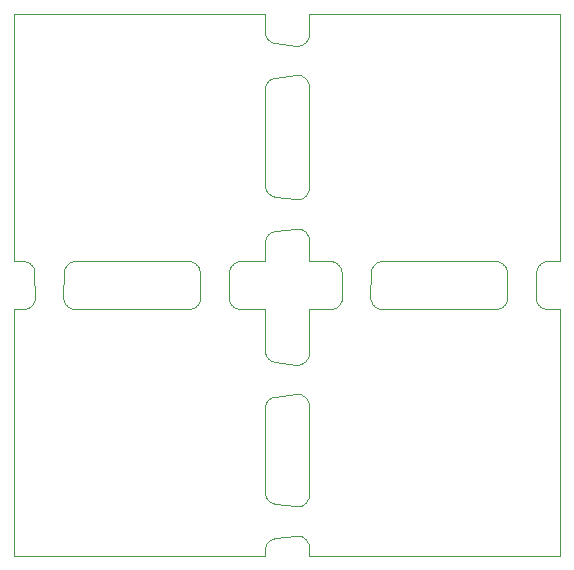
<source format=gko>
%MOIN*%
%OFA0B0*%
%FSLAX44Y44*%
%IPPOS*%
%LPD*%
%ADD10C,0*%
D10*
X00010629Y00005812D02*
X00010629Y00005812D01*
X00010629Y00002848D01*
X00010628Y00002815D01*
X00010624Y00002782D01*
X00010617Y00002749D01*
X00010607Y00002717D01*
X00010595Y00002686D01*
X00010580Y00002657D01*
X00010562Y00002628D01*
X00010542Y00002601D01*
X00010520Y00002576D01*
X00010496Y00002553D01*
X00010470Y00002532D01*
X00010443Y00002513D01*
X00010414Y00002497D01*
X00010383Y00002483D01*
X00010352Y00002472D01*
X00010319Y00002464D01*
X00010287Y00002458D01*
X00010253Y00002455D01*
X00010220Y00002455D01*
X00010187Y00002458D01*
X00009507Y00002543D01*
X00009479Y00002548D01*
X00009451Y00002554D01*
X00009424Y00002563D01*
X00009397Y00002573D01*
X00009372Y00002586D01*
X00009347Y00002600D01*
X00009323Y00002616D01*
X00009301Y00002633D01*
X00009280Y00002652D01*
X00009260Y00002673D01*
X00009242Y00002695D01*
X00009226Y00002718D01*
X00009211Y00002743D01*
X00009198Y00002768D01*
X00009187Y00002794D01*
X00009178Y00002821D01*
X00009171Y00002849D01*
X00009166Y00002877D01*
X00009163Y00002905D01*
X00009162Y00002934D01*
X00009162Y00005727D01*
X00009163Y00005755D01*
X00009166Y00005784D01*
X00009171Y00005812D01*
X00009178Y00005839D01*
X00009187Y00005866D01*
X00009198Y00005892D01*
X00009211Y00005918D01*
X00009226Y00005942D01*
X00009242Y00005965D01*
X00009260Y00005987D01*
X00009280Y00006008D01*
X00009301Y00006027D01*
X00009323Y00006045D01*
X00009347Y00006061D01*
X00009372Y00006075D01*
X00009397Y00006087D01*
X00009424Y00006098D01*
X00009451Y00006106D01*
X00009479Y00006113D01*
X00009507Y00006117D01*
X00010187Y00006203D01*
X00010220Y00006205D01*
X00010253Y00006205D01*
X00010287Y00006202D01*
X00010319Y00006197D01*
X00010352Y00006188D01*
X00010383Y00006177D01*
X00010414Y00006163D01*
X00010443Y00006147D01*
X00010470Y00006128D01*
X00010496Y00006107D01*
X00010520Y00006084D01*
X00010542Y00006059D01*
X00010562Y00006032D01*
X00010580Y00006004D01*
X00010595Y00005974D01*
X00010607Y00005943D01*
X00010617Y00005911D01*
X00010624Y00005878D01*
X00010628Y00005845D01*
X00010629Y00005812D01*
X00013085Y00010629D02*
X00013085Y00010629D01*
X00016836Y00010629D01*
X00016866Y00010628D01*
X00016896Y00010625D01*
X00016926Y00010619D01*
X00016956Y00010611D01*
X00016985Y00010600D01*
X00017012Y00010588D01*
X00017039Y00010573D01*
X00017065Y00010556D01*
X00017089Y00010537D01*
X00017111Y00010517D01*
X00017132Y00010495D01*
X00017151Y00010471D01*
X00017169Y00010446D01*
X00017184Y00010419D01*
X00017197Y00010392D01*
X00017208Y00010363D01*
X00017217Y00010334D01*
X00017223Y00010304D01*
X00017228Y00010274D01*
X00017229Y00010244D01*
X00017245Y00009439D01*
X00017245Y00009407D01*
X00017242Y00009376D01*
X00017236Y00009345D01*
X00017228Y00009315D01*
X00017218Y00009285D01*
X00017205Y00009257D01*
X00017190Y00009229D01*
X00017173Y00009203D01*
X00017154Y00009178D01*
X00017133Y00009155D01*
X00017110Y00009134D01*
X00017086Y00009114D01*
X00017060Y00009096D01*
X00017033Y00009081D01*
X00017004Y00009068D01*
X00016975Y00009057D01*
X00016945Y00009048D01*
X00016914Y00009042D01*
X00016883Y00009038D01*
X00016852Y00009037D01*
X00013068Y00009037D01*
X00013037Y00009038D01*
X00013006Y00009042D01*
X00012975Y00009048D01*
X00012945Y00009057D01*
X00012916Y00009068D01*
X00012888Y00009081D01*
X00012860Y00009096D01*
X00012834Y00009114D01*
X00012810Y00009134D01*
X00012787Y00009155D01*
X00012766Y00009178D01*
X00012747Y00009203D01*
X00012730Y00009229D01*
X00012715Y00009257D01*
X00012702Y00009285D01*
X00012692Y00009315D01*
X00012684Y00009345D01*
X00012678Y00009376D01*
X00012675Y00009407D01*
X00012675Y00009439D01*
X00012691Y00010244D01*
X00012693Y00010274D01*
X00012697Y00010304D01*
X00012703Y00010334D01*
X00012712Y00010363D01*
X00012723Y00010392D01*
X00012736Y00010419D01*
X00012752Y00010446D01*
X00012769Y00010471D01*
X00012788Y00010495D01*
X00012809Y00010517D01*
X00012832Y00010537D01*
X00012856Y00010556D01*
X00012881Y00010573D01*
X00012908Y00010588D01*
X00012936Y00010600D01*
X00012964Y00010611D01*
X00012994Y00010619D01*
X00013024Y00010625D01*
X00013054Y00010628D01*
X00013085Y00010629D01*
X00008344Y00009037D02*
X00008344Y00009037D01*
X00008313Y00009038D01*
X00008282Y00009042D01*
X00008251Y00009048D01*
X00008221Y00009057D01*
X00008191Y00009068D01*
X00008163Y00009081D01*
X00008136Y00009096D01*
X00008110Y00009114D01*
X00008086Y00009134D01*
X00008063Y00009155D01*
X00008042Y00009178D01*
X00008023Y00009203D01*
X00008006Y00009229D01*
X00007991Y00009257D01*
X00007978Y00009285D01*
X00007968Y00009315D01*
X00007960Y00009345D01*
X00007954Y00009376D01*
X00007951Y00009407D01*
X00007950Y00009439D01*
X00007967Y00010244D01*
X00007968Y00010274D01*
X00007972Y00010304D01*
X00007979Y00010334D01*
X00007988Y00010363D01*
X00007999Y00010392D01*
X00008012Y00010419D01*
X00008027Y00010446D01*
X00008044Y00010471D01*
X00008064Y00010495D01*
X00008085Y00010517D01*
X00008107Y00010537D01*
X00008131Y00010556D01*
X00008157Y00010573D01*
X00008184Y00010588D01*
X00008211Y00010600D01*
X00008240Y00010611D01*
X00008269Y00010619D01*
X00008299Y00010625D01*
X00008330Y00010628D01*
X00008360Y00010629D01*
X00009162Y00010629D01*
X00009162Y00011239D01*
X00009163Y00011267D01*
X00009166Y00011295D01*
X00009171Y00011323D01*
X00009178Y00011351D01*
X00009187Y00011378D01*
X00009198Y00011404D01*
X00009211Y00011429D01*
X00009226Y00011454D01*
X00009242Y00011477D01*
X00009260Y00011499D01*
X00009280Y00011520D01*
X00009301Y00011539D01*
X00009323Y00011557D01*
X00009347Y00011572D01*
X00009372Y00011587D01*
X00009397Y00011599D01*
X00009424Y00011610D01*
X00009451Y00011618D01*
X00009479Y00011625D01*
X00009507Y00011629D01*
X00010187Y00011715D01*
X00010220Y00011717D01*
X00010253Y00011717D01*
X00010287Y00011714D01*
X00010319Y00011709D01*
X00010352Y00011700D01*
X00010383Y00011689D01*
X00010414Y00011675D01*
X00010443Y00011659D01*
X00010470Y00011640D01*
X00010496Y00011619D01*
X00010520Y00011596D01*
X00010542Y00011571D01*
X00010562Y00011544D01*
X00010580Y00011516D01*
X00010595Y00011486D01*
X00010607Y00011455D01*
X00010617Y00011423D01*
X00010624Y00011390D01*
X00010628Y00011357D01*
X00010629Y00011324D01*
X00010629Y00010629D01*
X00011324Y00010629D01*
X00011354Y00010628D01*
X00011385Y00010625D01*
X00011415Y00010619D01*
X00011444Y00010611D01*
X00011473Y00010600D01*
X00011500Y00010588D01*
X00011527Y00010573D01*
X00011553Y00010556D01*
X00011577Y00010537D01*
X00011599Y00010517D01*
X00011620Y00010495D01*
X00011640Y00010471D01*
X00011657Y00010446D01*
X00011672Y00010419D01*
X00011685Y00010392D01*
X00011696Y00010363D01*
X00011705Y00010334D01*
X00011712Y00010304D01*
X00011716Y00010274D01*
X00011717Y00010244D01*
X00011734Y00009439D01*
X00011733Y00009407D01*
X00011730Y00009376D01*
X00011724Y00009345D01*
X00011716Y00009315D01*
X00011706Y00009285D01*
X00011693Y00009257D01*
X00011678Y00009229D01*
X00011661Y00009203D01*
X00011642Y00009178D01*
X00011621Y00009155D01*
X00011598Y00009134D01*
X00011574Y00009114D01*
X00011548Y00009096D01*
X00011521Y00009081D01*
X00011493Y00009068D01*
X00011463Y00009057D01*
X00011433Y00009048D01*
X00011402Y00009042D01*
X00011371Y00009038D01*
X00011340Y00009037D01*
X00010629Y00009037D01*
X00010629Y00007573D01*
X00010628Y00007539D01*
X00010624Y00007506D01*
X00010617Y00007474D01*
X00010607Y00007442D01*
X00010595Y00007411D01*
X00010580Y00007381D01*
X00010562Y00007353D01*
X00010542Y00007326D01*
X00010520Y00007301D01*
X00010496Y00007278D01*
X00010470Y00007257D01*
X00010443Y00007238D01*
X00010414Y00007222D01*
X00010383Y00007208D01*
X00010352Y00007197D01*
X00010319Y00007188D01*
X00010287Y00007182D01*
X00010253Y00007179D01*
X00010220Y00007179D01*
X00010187Y00007182D01*
X00009507Y00007267D01*
X00009479Y00007272D01*
X00009451Y00007279D01*
X00009424Y00007287D01*
X00009397Y00007298D01*
X00009372Y00007310D01*
X00009347Y00007324D01*
X00009323Y00007340D01*
X00009301Y00007358D01*
X00009280Y00007377D01*
X00009260Y00007398D01*
X00009242Y00007420D01*
X00009226Y00007443D01*
X00009211Y00007467D01*
X00009198Y00007493D01*
X00009187Y00007519D01*
X00009178Y00007546D01*
X00009171Y00007573D01*
X00009166Y00007601D01*
X00009163Y00007630D01*
X00009162Y00007658D01*
X00009162Y00009037D01*
X00008344Y00009037D01*
X00002832Y00009037D02*
X00002832Y00009037D01*
X00002801Y00009038D01*
X00002770Y00009042D01*
X00002739Y00009048D01*
X00002709Y00009057D01*
X00002680Y00009068D01*
X00002651Y00009081D01*
X00002624Y00009096D01*
X00002598Y00009114D01*
X00002574Y00009134D01*
X00002551Y00009155D01*
X00002530Y00009178D01*
X00002511Y00009203D01*
X00002494Y00009229D01*
X00002479Y00009257D01*
X00002466Y00009285D01*
X00002456Y00009315D01*
X00002448Y00009345D01*
X00002442Y00009376D01*
X00002439Y00009407D01*
X00002439Y00009439D01*
X00002455Y00010244D01*
X00002457Y00010274D01*
X00002461Y00010304D01*
X00002467Y00010334D01*
X00002476Y00010363D01*
X00002487Y00010392D01*
X00002500Y00010419D01*
X00002515Y00010446D01*
X00002533Y00010471D01*
X00002552Y00010495D01*
X00002573Y00010517D01*
X00002595Y00010537D01*
X00002620Y00010556D01*
X00002645Y00010573D01*
X00002672Y00010588D01*
X00002700Y00010600D01*
X00002728Y00010611D01*
X00002758Y00010619D01*
X00002788Y00010625D01*
X00002818Y00010628D01*
X00002848Y00010629D01*
X00006599Y00010629D01*
X00006630Y00010628D01*
X00006660Y00010625D01*
X00006690Y00010619D01*
X00006720Y00010611D01*
X00006748Y00010600D01*
X00006776Y00010588D01*
X00006803Y00010573D01*
X00006828Y00010556D01*
X00006852Y00010537D01*
X00006875Y00010517D01*
X00006896Y00010495D01*
X00006915Y00010471D01*
X00006932Y00010446D01*
X00006948Y00010419D01*
X00006961Y00010392D01*
X00006972Y00010363D01*
X00006981Y00010334D01*
X00006987Y00010304D01*
X00006991Y00010274D01*
X00006993Y00010244D01*
X00007009Y00009439D01*
X00007009Y00009407D01*
X00007006Y00009376D01*
X00007000Y00009345D01*
X00006992Y00009315D01*
X00006982Y00009285D01*
X00006969Y00009257D01*
X00006954Y00009229D01*
X00006937Y00009203D01*
X00006918Y00009178D01*
X00006897Y00009155D01*
X00006874Y00009134D01*
X00006850Y00009114D01*
X00006824Y00009096D01*
X00006797Y00009081D01*
X00006768Y00009068D01*
X00006739Y00009057D01*
X00006709Y00009048D01*
X00006678Y00009042D01*
X00006647Y00009038D01*
X00006616Y00009037D01*
X00002832Y00009037D01*
X00009162Y00016357D02*
X00009162Y00016357D01*
X00009163Y00016385D01*
X00009166Y00016413D01*
X00009171Y00016441D01*
X00009178Y00016469D01*
X00009187Y00016496D01*
X00009198Y00016522D01*
X00009211Y00016548D01*
X00009226Y00016572D01*
X00009242Y00016595D01*
X00009260Y00016617D01*
X00009280Y00016638D01*
X00009301Y00016657D01*
X00009323Y00016675D01*
X00009347Y00016691D01*
X00009372Y00016705D01*
X00009397Y00016717D01*
X00009424Y00016728D01*
X00009451Y00016736D01*
X00009479Y00016743D01*
X00009507Y00016747D01*
X00010187Y00016833D01*
X00010220Y00016835D01*
X00010253Y00016835D01*
X00010287Y00016832D01*
X00010319Y00016827D01*
X00010352Y00016818D01*
X00010383Y00016807D01*
X00010414Y00016793D01*
X00010443Y00016777D01*
X00010470Y00016758D01*
X00010496Y00016737D01*
X00010520Y00016714D01*
X00010542Y00016689D01*
X00010562Y00016662D01*
X00010580Y00016634D01*
X00010595Y00016604D01*
X00010607Y00016573D01*
X00010617Y00016541D01*
X00010624Y00016508D01*
X00010628Y00016475D01*
X00010629Y00016442D01*
X00010629Y00013085D01*
X00010628Y00013051D01*
X00010624Y00013018D01*
X00010617Y00012986D01*
X00010607Y00012954D01*
X00010595Y00012923D01*
X00010580Y00012893D01*
X00010562Y00012864D01*
X00010542Y00012838D01*
X00010520Y00012812D01*
X00010496Y00012789D01*
X00010470Y00012768D01*
X00010443Y00012750D01*
X00010414Y00012733D01*
X00010383Y00012720D01*
X00010352Y00012708D01*
X00010319Y00012700D01*
X00010287Y00012694D01*
X00010253Y00012691D01*
X00010220Y00012691D01*
X00010187Y00012694D01*
X00009507Y00012779D01*
X00009479Y00012784D01*
X00009451Y00012790D01*
X00009424Y00012799D01*
X00009397Y00012809D01*
X00009372Y00012822D01*
X00009347Y00012836D01*
X00009323Y00012852D01*
X00009301Y00012870D01*
X00009280Y00012889D01*
X00009260Y00012909D01*
X00009242Y00012931D01*
X00009226Y00012955D01*
X00009211Y00012979D01*
X00009198Y00013004D01*
X00009187Y00013031D01*
X00009178Y00013058D01*
X00009171Y00013085D01*
X00009166Y00013113D01*
X00009163Y00013141D01*
X00009162Y00013170D01*
X00009162Y00016357D01*
X00010629Y00018203D02*
X00010629Y00018203D01*
X00010628Y00018169D01*
X00010624Y00018136D01*
X00010617Y00018104D01*
X00010607Y00018072D01*
X00010595Y00018041D01*
X00010580Y00018011D01*
X00010562Y00017983D01*
X00010542Y00017956D01*
X00010520Y00017931D01*
X00010496Y00017907D01*
X00010470Y00017886D01*
X00010443Y00017868D01*
X00010414Y00017851D01*
X00010383Y00017838D01*
X00010352Y00017826D01*
X00010319Y00017818D01*
X00010287Y00017812D01*
X00010253Y00017809D01*
X00010220Y00017809D01*
X00010187Y00017812D01*
X00009507Y00017897D01*
X00009479Y00017902D01*
X00009451Y00017908D01*
X00009424Y00017917D01*
X00009397Y00017928D01*
X00009372Y00017940D01*
X00009347Y00017954D01*
X00009323Y00017970D01*
X00009301Y00017988D01*
X00009280Y00018007D01*
X00009260Y00018027D01*
X00009242Y00018049D01*
X00009226Y00018073D01*
X00009211Y00018097D01*
X00009198Y00018122D01*
X00009187Y00018149D01*
X00009178Y00018176D01*
X00009171Y00018203D01*
X00009166Y00018231D01*
X00009163Y00018260D01*
X00009162Y00018288D01*
X00009162Y00018879D01*
X00000787Y00018879D01*
X00000787Y00010629D01*
X00001088Y00010629D01*
X00001118Y00010628D01*
X00001148Y00010625D01*
X00001178Y00010619D01*
X00001208Y00010611D01*
X00001236Y00010600D01*
X00001264Y00010588D01*
X00001291Y00010573D01*
X00001316Y00010556D01*
X00001341Y00010537D01*
X00001363Y00010517D01*
X00001384Y00010495D01*
X00001403Y00010471D01*
X00001421Y00010446D01*
X00001436Y00010419D01*
X00001449Y00010392D01*
X00001460Y00010363D01*
X00001469Y00010334D01*
X00001475Y00010304D01*
X00001479Y00010274D01*
X00001481Y00010244D01*
X00001497Y00009439D01*
X00001497Y00009407D01*
X00001494Y00009376D01*
X00001488Y00009345D01*
X00001480Y00009315D01*
X00001470Y00009285D01*
X00001457Y00009257D01*
X00001442Y00009229D01*
X00001425Y00009203D01*
X00001406Y00009178D01*
X00001385Y00009155D01*
X00001362Y00009134D01*
X00001338Y00009114D01*
X00001312Y00009096D01*
X00001285Y00009081D01*
X00001256Y00009068D01*
X00001227Y00009057D01*
X00001197Y00009048D01*
X00001166Y00009042D01*
X00001135Y00009038D01*
X00001104Y00009037D01*
X00000787Y00009037D01*
X00000787Y00000787D01*
X00009162Y00000787D01*
X00009162Y00001002D01*
X00009163Y00001031D01*
X00009166Y00001059D01*
X00009171Y00001087D01*
X00009178Y00001115D01*
X00009187Y00001142D01*
X00009198Y00001168D01*
X00009211Y00001193D01*
X00009226Y00001218D01*
X00009242Y00001241D01*
X00009260Y00001263D01*
X00009280Y00001284D01*
X00009301Y00001303D01*
X00009323Y00001320D01*
X00009347Y00001336D01*
X00009372Y00001350D01*
X00009397Y00001363D01*
X00009424Y00001373D01*
X00009451Y00001382D01*
X00009479Y00001388D01*
X00009507Y00001393D01*
X00010187Y00001478D01*
X00010220Y00001481D01*
X00010253Y00001481D01*
X00010287Y00001478D01*
X00010319Y00001472D01*
X00010352Y00001464D01*
X00010383Y00001453D01*
X00010414Y00001439D01*
X00010443Y00001423D01*
X00010470Y00001404D01*
X00010496Y00001383D01*
X00010520Y00001360D01*
X00010542Y00001335D01*
X00010562Y00001308D01*
X00010580Y00001279D01*
X00010595Y00001250D01*
X00010607Y00001219D01*
X00010617Y00001187D01*
X00010624Y00001154D01*
X00010628Y00001121D01*
X00010629Y00001088D01*
X00010629Y00000787D01*
X00019004Y00000787D01*
X00019004Y00009037D01*
X00018580Y00009037D01*
X00018549Y00009038D01*
X00018518Y00009042D01*
X00018487Y00009048D01*
X00018457Y00009057D01*
X00018428Y00009068D01*
X00018399Y00009081D01*
X00018372Y00009096D01*
X00018346Y00009114D01*
X00018322Y00009134D01*
X00018299Y00009155D01*
X00018278Y00009178D01*
X00018259Y00009203D01*
X00018242Y00009229D01*
X00018227Y00009257D01*
X00018214Y00009285D01*
X00018204Y00009315D01*
X00018196Y00009345D01*
X00018190Y00009376D01*
X00018187Y00009407D01*
X00018187Y00009439D01*
X00018203Y00010244D01*
X00018205Y00010274D01*
X00018209Y00010304D01*
X00018215Y00010334D01*
X00018224Y00010363D01*
X00018235Y00010392D01*
X00018248Y00010419D01*
X00018263Y00010446D01*
X00018281Y00010471D01*
X00018300Y00010495D01*
X00018321Y00010517D01*
X00018343Y00010537D01*
X00018368Y00010556D01*
X00018393Y00010573D01*
X00018420Y00010588D01*
X00018448Y00010600D01*
X00018476Y00010611D01*
X00018506Y00010619D01*
X00018536Y00010625D01*
X00018566Y00010628D01*
X00018596Y00010629D01*
X00019004Y00010629D01*
X00019004Y00018879D01*
X00010629Y00018879D01*
X00010629Y00018203D01*
M02*
</source>
